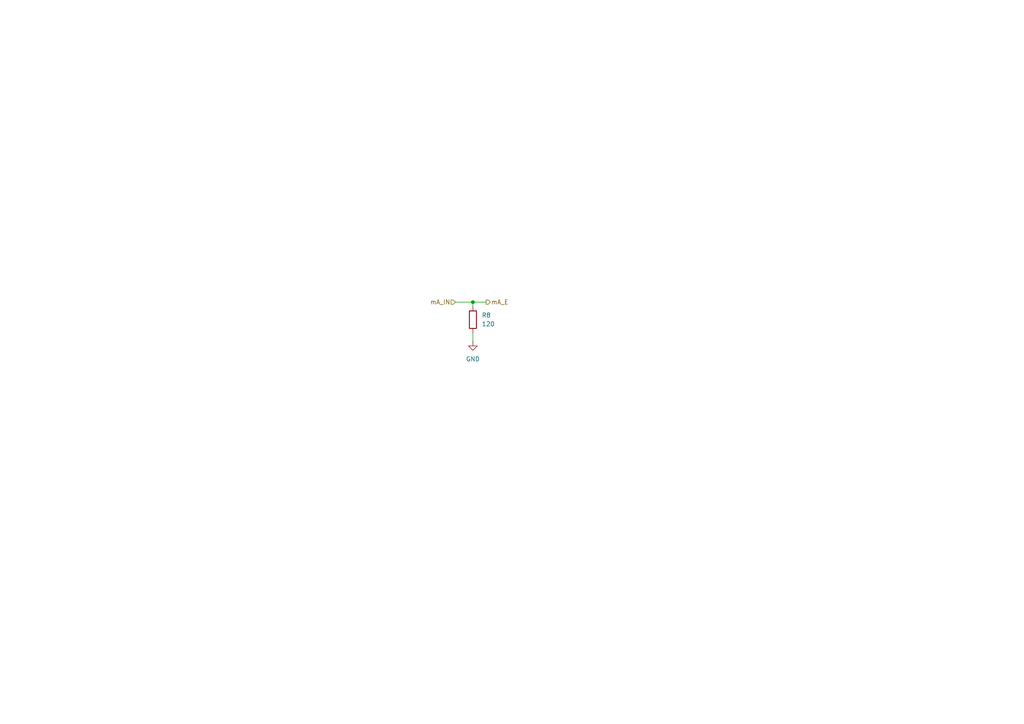
<source format=kicad_sch>
(kicad_sch
	(version 20250114)
	(generator "eeschema")
	(generator_version "9.0")
	(uuid "e5dfc64c-8831-4cf7-ac53-7070c6a61c01")
	(paper "A4")
	(lib_symbols
		(symbol "Device:R"
			(pin_numbers
				(hide yes)
			)
			(pin_names
				(offset 0)
			)
			(exclude_from_sim no)
			(in_bom yes)
			(on_board yes)
			(property "Reference" "R"
				(at 2.032 0 90)
				(effects
					(font
						(size 1.27 1.27)
					)
				)
			)
			(property "Value" "R"
				(at 0 0 90)
				(effects
					(font
						(size 1.27 1.27)
					)
				)
			)
			(property "Footprint" ""
				(at -1.778 0 90)
				(effects
					(font
						(size 1.27 1.27)
					)
					(hide yes)
				)
			)
			(property "Datasheet" "~"
				(at 0 0 0)
				(effects
					(font
						(size 1.27 1.27)
					)
					(hide yes)
				)
			)
			(property "Description" "Resistor"
				(at 0 0 0)
				(effects
					(font
						(size 1.27 1.27)
					)
					(hide yes)
				)
			)
			(property "ki_keywords" "R res resistor"
				(at 0 0 0)
				(effects
					(font
						(size 1.27 1.27)
					)
					(hide yes)
				)
			)
			(property "ki_fp_filters" "R_*"
				(at 0 0 0)
				(effects
					(font
						(size 1.27 1.27)
					)
					(hide yes)
				)
			)
			(symbol "R_0_1"
				(rectangle
					(start -1.016 -2.54)
					(end 1.016 2.54)
					(stroke
						(width 0.254)
						(type default)
					)
					(fill
						(type none)
					)
				)
			)
			(symbol "R_1_1"
				(pin passive line
					(at 0 3.81 270)
					(length 1.27)
					(name "~"
						(effects
							(font
								(size 1.27 1.27)
							)
						)
					)
					(number "1"
						(effects
							(font
								(size 1.27 1.27)
							)
						)
					)
				)
				(pin passive line
					(at 0 -3.81 90)
					(length 1.27)
					(name "~"
						(effects
							(font
								(size 1.27 1.27)
							)
						)
					)
					(number "2"
						(effects
							(font
								(size 1.27 1.27)
							)
						)
					)
				)
			)
			(embedded_fonts no)
		)
		(symbol "power:GND"
			(power)
			(pin_numbers
				(hide yes)
			)
			(pin_names
				(offset 0)
				(hide yes)
			)
			(exclude_from_sim no)
			(in_bom yes)
			(on_board yes)
			(property "Reference" "#PWR"
				(at 0 -6.35 0)
				(effects
					(font
						(size 1.27 1.27)
					)
					(hide yes)
				)
			)
			(property "Value" "GND"
				(at 0 -3.81 0)
				(effects
					(font
						(size 1.27 1.27)
					)
				)
			)
			(property "Footprint" ""
				(at 0 0 0)
				(effects
					(font
						(size 1.27 1.27)
					)
					(hide yes)
				)
			)
			(property "Datasheet" ""
				(at 0 0 0)
				(effects
					(font
						(size 1.27 1.27)
					)
					(hide yes)
				)
			)
			(property "Description" "Power symbol creates a global label with name \"GND\" , ground"
				(at 0 0 0)
				(effects
					(font
						(size 1.27 1.27)
					)
					(hide yes)
				)
			)
			(property "ki_keywords" "global power"
				(at 0 0 0)
				(effects
					(font
						(size 1.27 1.27)
					)
					(hide yes)
				)
			)
			(symbol "GND_0_1"
				(polyline
					(pts
						(xy 0 0) (xy 0 -1.27) (xy 1.27 -1.27) (xy 0 -2.54) (xy -1.27 -1.27) (xy 0 -1.27)
					)
					(stroke
						(width 0)
						(type default)
					)
					(fill
						(type none)
					)
				)
			)
			(symbol "GND_1_1"
				(pin power_in line
					(at 0 0 270)
					(length 0)
					(name "~"
						(effects
							(font
								(size 1.27 1.27)
							)
						)
					)
					(number "1"
						(effects
							(font
								(size 1.27 1.27)
							)
						)
					)
				)
			)
			(embedded_fonts no)
		)
	)
	(junction
		(at 137.16 87.63)
		(diameter 0)
		(color 0 0 0 0)
		(uuid "2b329f8d-ac5f-4388-aefc-00867ac9f2b6")
	)
	(wire
		(pts
			(xy 137.16 87.63) (xy 137.16 88.9)
		)
		(stroke
			(width 0)
			(type default)
		)
		(uuid "040f8fe4-07f3-4fa3-b599-0ef528a0e03b")
	)
	(wire
		(pts
			(xy 132.08 87.63) (xy 137.16 87.63)
		)
		(stroke
			(width 0)
			(type default)
		)
		(uuid "4f0f1ee5-466d-41e2-a27a-9cbce10cf4ca")
	)
	(wire
		(pts
			(xy 137.16 87.63) (xy 140.97 87.63)
		)
		(stroke
			(width 0)
			(type default)
		)
		(uuid "aa6bbc8b-e5c4-407c-b433-4a5b35427156")
	)
	(wire
		(pts
			(xy 137.16 96.52) (xy 137.16 99.06)
		)
		(stroke
			(width 0)
			(type default)
		)
		(uuid "e5f24dea-294d-4f94-bece-530d29a44099")
	)
	(hierarchical_label "mA_IN"
		(shape input)
		(at 132.08 87.63 180)
		(effects
			(font
				(size 1.27 1.27)
			)
			(justify right)
		)
		(uuid "c7836949-5bae-4298-a862-939a145fd298")
	)
	(hierarchical_label "mA_E"
		(shape output)
		(at 140.97 87.63 0)
		(effects
			(font
				(size 1.27 1.27)
			)
			(justify left)
		)
		(uuid "ff51f694-364f-4e36-be1a-13e24b1e3ed1")
	)
	(symbol
		(lib_id "Device:R")
		(at 137.16 92.71 180)
		(unit 1)
		(exclude_from_sim no)
		(in_bom yes)
		(on_board yes)
		(dnp no)
		(fields_autoplaced yes)
		(uuid "06de1664-3be1-4d57-8c4f-078139e7dcba")
		(property "Reference" "R8"
			(at 139.7 91.4399 0)
			(effects
				(font
					(size 1.27 1.27)
				)
				(justify right)
			)
		)
		(property "Value" "120"
			(at 139.7 93.9799 0)
			(effects
				(font
					(size 1.27 1.27)
				)
				(justify right)
			)
		)
		(property "Footprint" ""
			(at 138.938 92.71 90)
			(effects
				(font
					(size 1.27 1.27)
				)
				(hide yes)
			)
		)
		(property "Datasheet" "~"
			(at 137.16 92.71 0)
			(effects
				(font
					(size 1.27 1.27)
				)
				(hide yes)
			)
		)
		(property "Description" "Resistor"
			(at 137.16 92.71 0)
			(effects
				(font
					(size 1.27 1.27)
				)
				(hide yes)
			)
		)
		(property "Tolerance" "0.1-1%"
			(at 137.16 92.71 0)
			(effects
				(font
					(size 1.27 1.27)
				)
				(hide yes)
			)
		)
		(pin "1"
			(uuid "e4deee99-bdfb-4926-835b-a40e634ef5a5")
		)
		(pin "2"
			(uuid "694f6152-f950-447b-8253-ede09748c302")
		)
		(instances
			(project ""
				(path "/8290cc18-06d0-4e02-a781-29a61ebc321a/9e4d7a0c-a5eb-4e88-9036-0c35e68b279a/89d29688-da71-49bb-a25b-d6f160f4d0d4"
					(reference "R8")
					(unit 1)
				)
			)
		)
	)
	(symbol
		(lib_id "power:GND")
		(at 137.16 99.06 0)
		(unit 1)
		(exclude_from_sim no)
		(in_bom yes)
		(on_board yes)
		(dnp no)
		(fields_autoplaced yes)
		(uuid "fb689e34-0b60-4d3f-8556-1e14706045f9")
		(property "Reference" "#PWR029"
			(at 137.16 105.41 0)
			(effects
				(font
					(size 1.27 1.27)
				)
				(hide yes)
			)
		)
		(property "Value" "GND"
			(at 137.16 104.14 0)
			(effects
				(font
					(size 1.27 1.27)
				)
			)
		)
		(property "Footprint" ""
			(at 137.16 99.06 0)
			(effects
				(font
					(size 1.27 1.27)
				)
				(hide yes)
			)
		)
		(property "Datasheet" ""
			(at 137.16 99.06 0)
			(effects
				(font
					(size 1.27 1.27)
				)
				(hide yes)
			)
		)
		(property "Description" "Power symbol creates a global label with name \"GND\" , ground"
			(at 137.16 99.06 0)
			(effects
				(font
					(size 1.27 1.27)
				)
				(hide yes)
			)
		)
		(pin "1"
			(uuid "ce5aeb2c-4b6f-4319-a5ae-0ff72d1fee6d")
		)
		(instances
			(project ""
				(path "/8290cc18-06d0-4e02-a781-29a61ebc321a/9e4d7a0c-a5eb-4e88-9036-0c35e68b279a/89d29688-da71-49bb-a25b-d6f160f4d0d4"
					(reference "#PWR029")
					(unit 1)
				)
			)
		)
	)
)

</source>
